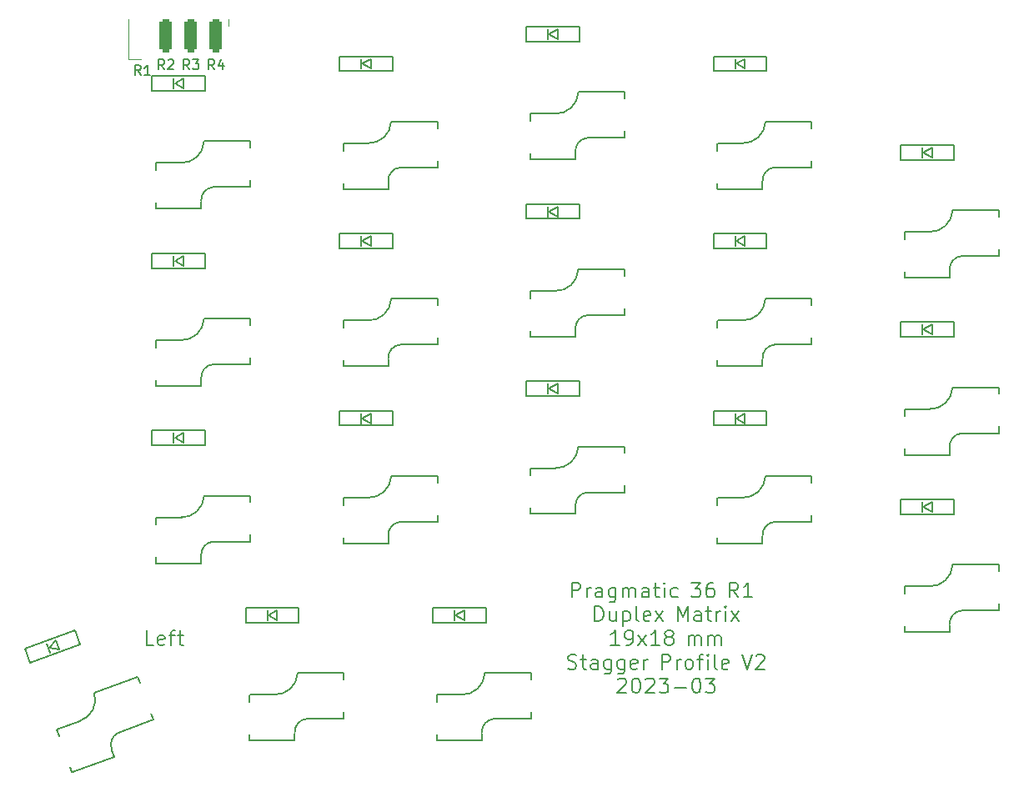
<source format=gto>
%TF.GenerationSoftware,KiCad,Pcbnew,(7.0.0-0)*%
%TF.CreationDate,2023-03-13T10:37:30+08:00*%
%TF.ProjectId,Input,496e7075-742e-46b6-9963-61645f706362,1*%
%TF.SameCoordinates,PX7bfa480PY6052340*%
%TF.FileFunction,Legend,Top*%
%TF.FilePolarity,Positive*%
%FSLAX46Y46*%
G04 Gerber Fmt 4.6, Leading zero omitted, Abs format (unit mm)*
G04 Created by KiCad (PCBNEW (7.0.0-0)) date 2023-03-13 10:37:30*
%MOMM*%
%LPD*%
G01*
G04 APERTURE LIST*
G04 Aperture macros list*
%AMRoundRect*
0 Rectangle with rounded corners*
0 $1 Rounding radius*
0 $2 $3 $4 $5 $6 $7 $8 $9 X,Y pos of 4 corners*
0 Add a 4 corners polygon primitive as box body*
4,1,4,$2,$3,$4,$5,$6,$7,$8,$9,$2,$3,0*
0 Add four circle primitives for the rounded corners*
1,1,$1+$1,$2,$3*
1,1,$1+$1,$4,$5*
1,1,$1+$1,$6,$7*
1,1,$1+$1,$8,$9*
0 Add four rect primitives between the rounded corners*
20,1,$1+$1,$2,$3,$4,$5,0*
20,1,$1+$1,$4,$5,$6,$7,0*
20,1,$1+$1,$6,$7,$8,$9,0*
20,1,$1+$1,$8,$9,$2,$3,0*%
%AMRotRect*
0 Rectangle, with rotation*
0 The origin of the aperture is its center*
0 $1 length*
0 $2 width*
0 $3 Rotation angle, in degrees counterclockwise*
0 Add horizontal line*
21,1,$1,$2,0,0,$3*%
G04 Aperture macros list end*
%ADD10C,0.150000*%
%ADD11C,0.200000*%
%ADD12C,0.120000*%
%ADD13C,3.000000*%
%ADD14R,2.000000X2.600000*%
%ADD15C,3.200000*%
%ADD16R,1.400000X1.000000*%
%ADD17RotRect,1.400000X1.000000X20.000000*%
%ADD18R,1.270000X3.429000*%
%ADD19RoundRect,0.317500X-0.317500X-1.397000X0.317500X-1.397000X0.317500X1.397000X-0.317500X1.397000X0*%
%ADD20RotRect,2.000000X2.600000X200.000000*%
%ADD21C,1.700000*%
G04 APERTURE END LIST*
D10*
X-1446667Y23932620D02*
X-1780000Y24408810D01*
X-2018095Y23932620D02*
X-2018095Y24932620D01*
X-2018095Y24932620D02*
X-1637143Y24932620D01*
X-1637143Y24932620D02*
X-1541905Y24885000D01*
X-1541905Y24885000D02*
X-1494286Y24837381D01*
X-1494286Y24837381D02*
X-1446667Y24742143D01*
X-1446667Y24742143D02*
X-1446667Y24599286D01*
X-1446667Y24599286D02*
X-1494286Y24504048D01*
X-1494286Y24504048D02*
X-1541905Y24456429D01*
X-1541905Y24456429D02*
X-1637143Y24408810D01*
X-1637143Y24408810D02*
X-2018095Y24408810D01*
X-1065714Y24837381D02*
X-1018095Y24885000D01*
X-1018095Y24885000D02*
X-922857Y24932620D01*
X-922857Y24932620D02*
X-684762Y24932620D01*
X-684762Y24932620D02*
X-589524Y24885000D01*
X-589524Y24885000D02*
X-541905Y24837381D01*
X-541905Y24837381D02*
X-494286Y24742143D01*
X-494286Y24742143D02*
X-494286Y24646905D01*
X-494286Y24646905D02*
X-541905Y24504048D01*
X-541905Y24504048D02*
X-1113333Y23932620D01*
X-1113333Y23932620D02*
X-494286Y23932620D01*
X-3859667Y23352620D02*
X-4193000Y23828810D01*
X-4431095Y23352620D02*
X-4431095Y24352620D01*
X-4431095Y24352620D02*
X-4050143Y24352620D01*
X-4050143Y24352620D02*
X-3954905Y24305000D01*
X-3954905Y24305000D02*
X-3907286Y24257381D01*
X-3907286Y24257381D02*
X-3859667Y24162143D01*
X-3859667Y24162143D02*
X-3859667Y24019286D01*
X-3859667Y24019286D02*
X-3907286Y23924048D01*
X-3907286Y23924048D02*
X-3954905Y23876429D01*
X-3954905Y23876429D02*
X-4050143Y23828810D01*
X-4050143Y23828810D02*
X-4431095Y23828810D01*
X-2907286Y23352620D02*
X-3478714Y23352620D01*
X-3193000Y23352620D02*
X-3193000Y24352620D01*
X-3193000Y24352620D02*
X-3288238Y24209762D01*
X-3288238Y24209762D02*
X-3383476Y24114524D01*
X-3383476Y24114524D02*
X-3478714Y24066905D01*
D11*
X39935714Y-29691071D02*
X39935714Y-28191071D01*
X39935714Y-28191071D02*
X40507143Y-28191071D01*
X40507143Y-28191071D02*
X40650000Y-28262500D01*
X40650000Y-28262500D02*
X40721429Y-28333928D01*
X40721429Y-28333928D02*
X40792857Y-28476785D01*
X40792857Y-28476785D02*
X40792857Y-28691071D01*
X40792857Y-28691071D02*
X40721429Y-28833928D01*
X40721429Y-28833928D02*
X40650000Y-28905357D01*
X40650000Y-28905357D02*
X40507143Y-28976785D01*
X40507143Y-28976785D02*
X39935714Y-28976785D01*
X41435714Y-29691071D02*
X41435714Y-28691071D01*
X41435714Y-28976785D02*
X41507143Y-28833928D01*
X41507143Y-28833928D02*
X41578572Y-28762500D01*
X41578572Y-28762500D02*
X41721429Y-28691071D01*
X41721429Y-28691071D02*
X41864286Y-28691071D01*
X43007143Y-29691071D02*
X43007143Y-28905357D01*
X43007143Y-28905357D02*
X42935714Y-28762500D01*
X42935714Y-28762500D02*
X42792857Y-28691071D01*
X42792857Y-28691071D02*
X42507143Y-28691071D01*
X42507143Y-28691071D02*
X42364285Y-28762500D01*
X43007143Y-29619642D02*
X42864285Y-29691071D01*
X42864285Y-29691071D02*
X42507143Y-29691071D01*
X42507143Y-29691071D02*
X42364285Y-29619642D01*
X42364285Y-29619642D02*
X42292857Y-29476785D01*
X42292857Y-29476785D02*
X42292857Y-29333928D01*
X42292857Y-29333928D02*
X42364285Y-29191071D01*
X42364285Y-29191071D02*
X42507143Y-29119642D01*
X42507143Y-29119642D02*
X42864285Y-29119642D01*
X42864285Y-29119642D02*
X43007143Y-29048214D01*
X44364286Y-28691071D02*
X44364286Y-29905357D01*
X44364286Y-29905357D02*
X44292857Y-30048214D01*
X44292857Y-30048214D02*
X44221428Y-30119642D01*
X44221428Y-30119642D02*
X44078571Y-30191071D01*
X44078571Y-30191071D02*
X43864286Y-30191071D01*
X43864286Y-30191071D02*
X43721428Y-30119642D01*
X44364286Y-29619642D02*
X44221428Y-29691071D01*
X44221428Y-29691071D02*
X43935714Y-29691071D01*
X43935714Y-29691071D02*
X43792857Y-29619642D01*
X43792857Y-29619642D02*
X43721428Y-29548214D01*
X43721428Y-29548214D02*
X43650000Y-29405357D01*
X43650000Y-29405357D02*
X43650000Y-28976785D01*
X43650000Y-28976785D02*
X43721428Y-28833928D01*
X43721428Y-28833928D02*
X43792857Y-28762500D01*
X43792857Y-28762500D02*
X43935714Y-28691071D01*
X43935714Y-28691071D02*
X44221428Y-28691071D01*
X44221428Y-28691071D02*
X44364286Y-28762500D01*
X45078571Y-29691071D02*
X45078571Y-28691071D01*
X45078571Y-28833928D02*
X45150000Y-28762500D01*
X45150000Y-28762500D02*
X45292857Y-28691071D01*
X45292857Y-28691071D02*
X45507143Y-28691071D01*
X45507143Y-28691071D02*
X45650000Y-28762500D01*
X45650000Y-28762500D02*
X45721429Y-28905357D01*
X45721429Y-28905357D02*
X45721429Y-29691071D01*
X45721429Y-28905357D02*
X45792857Y-28762500D01*
X45792857Y-28762500D02*
X45935714Y-28691071D01*
X45935714Y-28691071D02*
X46150000Y-28691071D01*
X46150000Y-28691071D02*
X46292857Y-28762500D01*
X46292857Y-28762500D02*
X46364286Y-28905357D01*
X46364286Y-28905357D02*
X46364286Y-29691071D01*
X47721429Y-29691071D02*
X47721429Y-28905357D01*
X47721429Y-28905357D02*
X47650000Y-28762500D01*
X47650000Y-28762500D02*
X47507143Y-28691071D01*
X47507143Y-28691071D02*
X47221429Y-28691071D01*
X47221429Y-28691071D02*
X47078571Y-28762500D01*
X47721429Y-29619642D02*
X47578571Y-29691071D01*
X47578571Y-29691071D02*
X47221429Y-29691071D01*
X47221429Y-29691071D02*
X47078571Y-29619642D01*
X47078571Y-29619642D02*
X47007143Y-29476785D01*
X47007143Y-29476785D02*
X47007143Y-29333928D01*
X47007143Y-29333928D02*
X47078571Y-29191071D01*
X47078571Y-29191071D02*
X47221429Y-29119642D01*
X47221429Y-29119642D02*
X47578571Y-29119642D01*
X47578571Y-29119642D02*
X47721429Y-29048214D01*
X48221429Y-28691071D02*
X48792857Y-28691071D01*
X48435714Y-28191071D02*
X48435714Y-29476785D01*
X48435714Y-29476785D02*
X48507143Y-29619642D01*
X48507143Y-29619642D02*
X48650000Y-29691071D01*
X48650000Y-29691071D02*
X48792857Y-29691071D01*
X49292857Y-29691071D02*
X49292857Y-28691071D01*
X49292857Y-28191071D02*
X49221429Y-28262500D01*
X49221429Y-28262500D02*
X49292857Y-28333928D01*
X49292857Y-28333928D02*
X49364286Y-28262500D01*
X49364286Y-28262500D02*
X49292857Y-28191071D01*
X49292857Y-28191071D02*
X49292857Y-28333928D01*
X50650001Y-29619642D02*
X50507143Y-29691071D01*
X50507143Y-29691071D02*
X50221429Y-29691071D01*
X50221429Y-29691071D02*
X50078572Y-29619642D01*
X50078572Y-29619642D02*
X50007143Y-29548214D01*
X50007143Y-29548214D02*
X49935715Y-29405357D01*
X49935715Y-29405357D02*
X49935715Y-28976785D01*
X49935715Y-28976785D02*
X50007143Y-28833928D01*
X50007143Y-28833928D02*
X50078572Y-28762500D01*
X50078572Y-28762500D02*
X50221429Y-28691071D01*
X50221429Y-28691071D02*
X50507143Y-28691071D01*
X50507143Y-28691071D02*
X50650001Y-28762500D01*
X52050000Y-28191071D02*
X52978572Y-28191071D01*
X52978572Y-28191071D02*
X52478572Y-28762500D01*
X52478572Y-28762500D02*
X52692857Y-28762500D01*
X52692857Y-28762500D02*
X52835715Y-28833928D01*
X52835715Y-28833928D02*
X52907143Y-28905357D01*
X52907143Y-28905357D02*
X52978572Y-29048214D01*
X52978572Y-29048214D02*
X52978572Y-29405357D01*
X52978572Y-29405357D02*
X52907143Y-29548214D01*
X52907143Y-29548214D02*
X52835715Y-29619642D01*
X52835715Y-29619642D02*
X52692857Y-29691071D01*
X52692857Y-29691071D02*
X52264286Y-29691071D01*
X52264286Y-29691071D02*
X52121429Y-29619642D01*
X52121429Y-29619642D02*
X52050000Y-29548214D01*
X54264286Y-28191071D02*
X53978571Y-28191071D01*
X53978571Y-28191071D02*
X53835714Y-28262500D01*
X53835714Y-28262500D02*
X53764286Y-28333928D01*
X53764286Y-28333928D02*
X53621428Y-28548214D01*
X53621428Y-28548214D02*
X53550000Y-28833928D01*
X53550000Y-28833928D02*
X53550000Y-29405357D01*
X53550000Y-29405357D02*
X53621428Y-29548214D01*
X53621428Y-29548214D02*
X53692857Y-29619642D01*
X53692857Y-29619642D02*
X53835714Y-29691071D01*
X53835714Y-29691071D02*
X54121428Y-29691071D01*
X54121428Y-29691071D02*
X54264286Y-29619642D01*
X54264286Y-29619642D02*
X54335714Y-29548214D01*
X54335714Y-29548214D02*
X54407143Y-29405357D01*
X54407143Y-29405357D02*
X54407143Y-29048214D01*
X54407143Y-29048214D02*
X54335714Y-28905357D01*
X54335714Y-28905357D02*
X54264286Y-28833928D01*
X54264286Y-28833928D02*
X54121428Y-28762500D01*
X54121428Y-28762500D02*
X53835714Y-28762500D01*
X53835714Y-28762500D02*
X53692857Y-28833928D01*
X53692857Y-28833928D02*
X53621428Y-28905357D01*
X53621428Y-28905357D02*
X53550000Y-29048214D01*
X56807142Y-29691071D02*
X56307142Y-28976785D01*
X55949999Y-29691071D02*
X55949999Y-28191071D01*
X55949999Y-28191071D02*
X56521428Y-28191071D01*
X56521428Y-28191071D02*
X56664285Y-28262500D01*
X56664285Y-28262500D02*
X56735714Y-28333928D01*
X56735714Y-28333928D02*
X56807142Y-28476785D01*
X56807142Y-28476785D02*
X56807142Y-28691071D01*
X56807142Y-28691071D02*
X56735714Y-28833928D01*
X56735714Y-28833928D02*
X56664285Y-28905357D01*
X56664285Y-28905357D02*
X56521428Y-28976785D01*
X56521428Y-28976785D02*
X55949999Y-28976785D01*
X58235714Y-29691071D02*
X57378571Y-29691071D01*
X57807142Y-29691071D02*
X57807142Y-28191071D01*
X57807142Y-28191071D02*
X57664285Y-28405357D01*
X57664285Y-28405357D02*
X57521428Y-28548214D01*
X57521428Y-28548214D02*
X57378571Y-28619642D01*
X42264285Y-32121071D02*
X42264285Y-30621071D01*
X42264285Y-30621071D02*
X42621428Y-30621071D01*
X42621428Y-30621071D02*
X42835714Y-30692500D01*
X42835714Y-30692500D02*
X42978571Y-30835357D01*
X42978571Y-30835357D02*
X43050000Y-30978214D01*
X43050000Y-30978214D02*
X43121428Y-31263928D01*
X43121428Y-31263928D02*
X43121428Y-31478214D01*
X43121428Y-31478214D02*
X43050000Y-31763928D01*
X43050000Y-31763928D02*
X42978571Y-31906785D01*
X42978571Y-31906785D02*
X42835714Y-32049642D01*
X42835714Y-32049642D02*
X42621428Y-32121071D01*
X42621428Y-32121071D02*
X42264285Y-32121071D01*
X44407143Y-31121071D02*
X44407143Y-32121071D01*
X43764285Y-31121071D02*
X43764285Y-31906785D01*
X43764285Y-31906785D02*
X43835714Y-32049642D01*
X43835714Y-32049642D02*
X43978571Y-32121071D01*
X43978571Y-32121071D02*
X44192857Y-32121071D01*
X44192857Y-32121071D02*
X44335714Y-32049642D01*
X44335714Y-32049642D02*
X44407143Y-31978214D01*
X45121428Y-31121071D02*
X45121428Y-32621071D01*
X45121428Y-31192500D02*
X45264286Y-31121071D01*
X45264286Y-31121071D02*
X45550000Y-31121071D01*
X45550000Y-31121071D02*
X45692857Y-31192500D01*
X45692857Y-31192500D02*
X45764286Y-31263928D01*
X45764286Y-31263928D02*
X45835714Y-31406785D01*
X45835714Y-31406785D02*
X45835714Y-31835357D01*
X45835714Y-31835357D02*
X45764286Y-31978214D01*
X45764286Y-31978214D02*
X45692857Y-32049642D01*
X45692857Y-32049642D02*
X45550000Y-32121071D01*
X45550000Y-32121071D02*
X45264286Y-32121071D01*
X45264286Y-32121071D02*
X45121428Y-32049642D01*
X46692857Y-32121071D02*
X46550000Y-32049642D01*
X46550000Y-32049642D02*
X46478571Y-31906785D01*
X46478571Y-31906785D02*
X46478571Y-30621071D01*
X47835714Y-32049642D02*
X47692857Y-32121071D01*
X47692857Y-32121071D02*
X47407143Y-32121071D01*
X47407143Y-32121071D02*
X47264285Y-32049642D01*
X47264285Y-32049642D02*
X47192857Y-31906785D01*
X47192857Y-31906785D02*
X47192857Y-31335357D01*
X47192857Y-31335357D02*
X47264285Y-31192500D01*
X47264285Y-31192500D02*
X47407143Y-31121071D01*
X47407143Y-31121071D02*
X47692857Y-31121071D01*
X47692857Y-31121071D02*
X47835714Y-31192500D01*
X47835714Y-31192500D02*
X47907143Y-31335357D01*
X47907143Y-31335357D02*
X47907143Y-31478214D01*
X47907143Y-31478214D02*
X47192857Y-31621071D01*
X48407142Y-32121071D02*
X49192857Y-31121071D01*
X48407142Y-31121071D02*
X49192857Y-32121071D01*
X50664285Y-32121071D02*
X50664285Y-30621071D01*
X50664285Y-30621071D02*
X51164285Y-31692500D01*
X51164285Y-31692500D02*
X51664285Y-30621071D01*
X51664285Y-30621071D02*
X51664285Y-32121071D01*
X53021429Y-32121071D02*
X53021429Y-31335357D01*
X53021429Y-31335357D02*
X52950000Y-31192500D01*
X52950000Y-31192500D02*
X52807143Y-31121071D01*
X52807143Y-31121071D02*
X52521429Y-31121071D01*
X52521429Y-31121071D02*
X52378571Y-31192500D01*
X53021429Y-32049642D02*
X52878571Y-32121071D01*
X52878571Y-32121071D02*
X52521429Y-32121071D01*
X52521429Y-32121071D02*
X52378571Y-32049642D01*
X52378571Y-32049642D02*
X52307143Y-31906785D01*
X52307143Y-31906785D02*
X52307143Y-31763928D01*
X52307143Y-31763928D02*
X52378571Y-31621071D01*
X52378571Y-31621071D02*
X52521429Y-31549642D01*
X52521429Y-31549642D02*
X52878571Y-31549642D01*
X52878571Y-31549642D02*
X53021429Y-31478214D01*
X53521429Y-31121071D02*
X54092857Y-31121071D01*
X53735714Y-30621071D02*
X53735714Y-31906785D01*
X53735714Y-31906785D02*
X53807143Y-32049642D01*
X53807143Y-32049642D02*
X53950000Y-32121071D01*
X53950000Y-32121071D02*
X54092857Y-32121071D01*
X54592857Y-32121071D02*
X54592857Y-31121071D01*
X54592857Y-31406785D02*
X54664286Y-31263928D01*
X54664286Y-31263928D02*
X54735715Y-31192500D01*
X54735715Y-31192500D02*
X54878572Y-31121071D01*
X54878572Y-31121071D02*
X55021429Y-31121071D01*
X55521428Y-32121071D02*
X55521428Y-31121071D01*
X55521428Y-30621071D02*
X55450000Y-30692500D01*
X55450000Y-30692500D02*
X55521428Y-30763928D01*
X55521428Y-30763928D02*
X55592857Y-30692500D01*
X55592857Y-30692500D02*
X55521428Y-30621071D01*
X55521428Y-30621071D02*
X55521428Y-30763928D01*
X56092857Y-32121071D02*
X56878572Y-31121071D01*
X56092857Y-31121071D02*
X56878572Y-32121071D01*
X44728572Y-34551071D02*
X43871429Y-34551071D01*
X44300000Y-34551071D02*
X44300000Y-33051071D01*
X44300000Y-33051071D02*
X44157143Y-33265357D01*
X44157143Y-33265357D02*
X44014286Y-33408214D01*
X44014286Y-33408214D02*
X43871429Y-33479642D01*
X45442857Y-34551071D02*
X45728571Y-34551071D01*
X45728571Y-34551071D02*
X45871428Y-34479642D01*
X45871428Y-34479642D02*
X45942857Y-34408214D01*
X45942857Y-34408214D02*
X46085714Y-34193928D01*
X46085714Y-34193928D02*
X46157143Y-33908214D01*
X46157143Y-33908214D02*
X46157143Y-33336785D01*
X46157143Y-33336785D02*
X46085714Y-33193928D01*
X46085714Y-33193928D02*
X46014286Y-33122500D01*
X46014286Y-33122500D02*
X45871428Y-33051071D01*
X45871428Y-33051071D02*
X45585714Y-33051071D01*
X45585714Y-33051071D02*
X45442857Y-33122500D01*
X45442857Y-33122500D02*
X45371428Y-33193928D01*
X45371428Y-33193928D02*
X45300000Y-33336785D01*
X45300000Y-33336785D02*
X45300000Y-33693928D01*
X45300000Y-33693928D02*
X45371428Y-33836785D01*
X45371428Y-33836785D02*
X45442857Y-33908214D01*
X45442857Y-33908214D02*
X45585714Y-33979642D01*
X45585714Y-33979642D02*
X45871428Y-33979642D01*
X45871428Y-33979642D02*
X46014286Y-33908214D01*
X46014286Y-33908214D02*
X46085714Y-33836785D01*
X46085714Y-33836785D02*
X46157143Y-33693928D01*
X46657142Y-34551071D02*
X47442857Y-33551071D01*
X46657142Y-33551071D02*
X47442857Y-34551071D01*
X48800000Y-34551071D02*
X47942857Y-34551071D01*
X48371428Y-34551071D02*
X48371428Y-33051071D01*
X48371428Y-33051071D02*
X48228571Y-33265357D01*
X48228571Y-33265357D02*
X48085714Y-33408214D01*
X48085714Y-33408214D02*
X47942857Y-33479642D01*
X49657142Y-33693928D02*
X49514285Y-33622500D01*
X49514285Y-33622500D02*
X49442856Y-33551071D01*
X49442856Y-33551071D02*
X49371428Y-33408214D01*
X49371428Y-33408214D02*
X49371428Y-33336785D01*
X49371428Y-33336785D02*
X49442856Y-33193928D01*
X49442856Y-33193928D02*
X49514285Y-33122500D01*
X49514285Y-33122500D02*
X49657142Y-33051071D01*
X49657142Y-33051071D02*
X49942856Y-33051071D01*
X49942856Y-33051071D02*
X50085714Y-33122500D01*
X50085714Y-33122500D02*
X50157142Y-33193928D01*
X50157142Y-33193928D02*
X50228571Y-33336785D01*
X50228571Y-33336785D02*
X50228571Y-33408214D01*
X50228571Y-33408214D02*
X50157142Y-33551071D01*
X50157142Y-33551071D02*
X50085714Y-33622500D01*
X50085714Y-33622500D02*
X49942856Y-33693928D01*
X49942856Y-33693928D02*
X49657142Y-33693928D01*
X49657142Y-33693928D02*
X49514285Y-33765357D01*
X49514285Y-33765357D02*
X49442856Y-33836785D01*
X49442856Y-33836785D02*
X49371428Y-33979642D01*
X49371428Y-33979642D02*
X49371428Y-34265357D01*
X49371428Y-34265357D02*
X49442856Y-34408214D01*
X49442856Y-34408214D02*
X49514285Y-34479642D01*
X49514285Y-34479642D02*
X49657142Y-34551071D01*
X49657142Y-34551071D02*
X49942856Y-34551071D01*
X49942856Y-34551071D02*
X50085714Y-34479642D01*
X50085714Y-34479642D02*
X50157142Y-34408214D01*
X50157142Y-34408214D02*
X50228571Y-34265357D01*
X50228571Y-34265357D02*
X50228571Y-33979642D01*
X50228571Y-33979642D02*
X50157142Y-33836785D01*
X50157142Y-33836785D02*
X50085714Y-33765357D01*
X50085714Y-33765357D02*
X49942856Y-33693928D01*
X51771427Y-34551071D02*
X51771427Y-33551071D01*
X51771427Y-33693928D02*
X51842856Y-33622500D01*
X51842856Y-33622500D02*
X51985713Y-33551071D01*
X51985713Y-33551071D02*
X52199999Y-33551071D01*
X52199999Y-33551071D02*
X52342856Y-33622500D01*
X52342856Y-33622500D02*
X52414285Y-33765357D01*
X52414285Y-33765357D02*
X52414285Y-34551071D01*
X52414285Y-33765357D02*
X52485713Y-33622500D01*
X52485713Y-33622500D02*
X52628570Y-33551071D01*
X52628570Y-33551071D02*
X52842856Y-33551071D01*
X52842856Y-33551071D02*
X52985713Y-33622500D01*
X52985713Y-33622500D02*
X53057142Y-33765357D01*
X53057142Y-33765357D02*
X53057142Y-34551071D01*
X53771427Y-34551071D02*
X53771427Y-33551071D01*
X53771427Y-33693928D02*
X53842856Y-33622500D01*
X53842856Y-33622500D02*
X53985713Y-33551071D01*
X53985713Y-33551071D02*
X54199999Y-33551071D01*
X54199999Y-33551071D02*
X54342856Y-33622500D01*
X54342856Y-33622500D02*
X54414285Y-33765357D01*
X54414285Y-33765357D02*
X54414285Y-34551071D01*
X54414285Y-33765357D02*
X54485713Y-33622500D01*
X54485713Y-33622500D02*
X54628570Y-33551071D01*
X54628570Y-33551071D02*
X54842856Y-33551071D01*
X54842856Y-33551071D02*
X54985713Y-33622500D01*
X54985713Y-33622500D02*
X55057142Y-33765357D01*
X55057142Y-33765357D02*
X55057142Y-34551071D01*
X39528572Y-36909642D02*
X39742858Y-36981071D01*
X39742858Y-36981071D02*
X40100000Y-36981071D01*
X40100000Y-36981071D02*
X40242858Y-36909642D01*
X40242858Y-36909642D02*
X40314286Y-36838214D01*
X40314286Y-36838214D02*
X40385715Y-36695357D01*
X40385715Y-36695357D02*
X40385715Y-36552500D01*
X40385715Y-36552500D02*
X40314286Y-36409642D01*
X40314286Y-36409642D02*
X40242858Y-36338214D01*
X40242858Y-36338214D02*
X40100000Y-36266785D01*
X40100000Y-36266785D02*
X39814286Y-36195357D01*
X39814286Y-36195357D02*
X39671429Y-36123928D01*
X39671429Y-36123928D02*
X39600000Y-36052500D01*
X39600000Y-36052500D02*
X39528572Y-35909642D01*
X39528572Y-35909642D02*
X39528572Y-35766785D01*
X39528572Y-35766785D02*
X39600000Y-35623928D01*
X39600000Y-35623928D02*
X39671429Y-35552500D01*
X39671429Y-35552500D02*
X39814286Y-35481071D01*
X39814286Y-35481071D02*
X40171429Y-35481071D01*
X40171429Y-35481071D02*
X40385715Y-35552500D01*
X40814286Y-35981071D02*
X41385714Y-35981071D01*
X41028571Y-35481071D02*
X41028571Y-36766785D01*
X41028571Y-36766785D02*
X41100000Y-36909642D01*
X41100000Y-36909642D02*
X41242857Y-36981071D01*
X41242857Y-36981071D02*
X41385714Y-36981071D01*
X42528572Y-36981071D02*
X42528572Y-36195357D01*
X42528572Y-36195357D02*
X42457143Y-36052500D01*
X42457143Y-36052500D02*
X42314286Y-35981071D01*
X42314286Y-35981071D02*
X42028572Y-35981071D01*
X42028572Y-35981071D02*
X41885714Y-36052500D01*
X42528572Y-36909642D02*
X42385714Y-36981071D01*
X42385714Y-36981071D02*
X42028572Y-36981071D01*
X42028572Y-36981071D02*
X41885714Y-36909642D01*
X41885714Y-36909642D02*
X41814286Y-36766785D01*
X41814286Y-36766785D02*
X41814286Y-36623928D01*
X41814286Y-36623928D02*
X41885714Y-36481071D01*
X41885714Y-36481071D02*
X42028572Y-36409642D01*
X42028572Y-36409642D02*
X42385714Y-36409642D01*
X42385714Y-36409642D02*
X42528572Y-36338214D01*
X43885715Y-35981071D02*
X43885715Y-37195357D01*
X43885715Y-37195357D02*
X43814286Y-37338214D01*
X43814286Y-37338214D02*
X43742857Y-37409642D01*
X43742857Y-37409642D02*
X43600000Y-37481071D01*
X43600000Y-37481071D02*
X43385715Y-37481071D01*
X43385715Y-37481071D02*
X43242857Y-37409642D01*
X43885715Y-36909642D02*
X43742857Y-36981071D01*
X43742857Y-36981071D02*
X43457143Y-36981071D01*
X43457143Y-36981071D02*
X43314286Y-36909642D01*
X43314286Y-36909642D02*
X43242857Y-36838214D01*
X43242857Y-36838214D02*
X43171429Y-36695357D01*
X43171429Y-36695357D02*
X43171429Y-36266785D01*
X43171429Y-36266785D02*
X43242857Y-36123928D01*
X43242857Y-36123928D02*
X43314286Y-36052500D01*
X43314286Y-36052500D02*
X43457143Y-35981071D01*
X43457143Y-35981071D02*
X43742857Y-35981071D01*
X43742857Y-35981071D02*
X43885715Y-36052500D01*
X45242858Y-35981071D02*
X45242858Y-37195357D01*
X45242858Y-37195357D02*
X45171429Y-37338214D01*
X45171429Y-37338214D02*
X45100000Y-37409642D01*
X45100000Y-37409642D02*
X44957143Y-37481071D01*
X44957143Y-37481071D02*
X44742858Y-37481071D01*
X44742858Y-37481071D02*
X44600000Y-37409642D01*
X45242858Y-36909642D02*
X45100000Y-36981071D01*
X45100000Y-36981071D02*
X44814286Y-36981071D01*
X44814286Y-36981071D02*
X44671429Y-36909642D01*
X44671429Y-36909642D02*
X44600000Y-36838214D01*
X44600000Y-36838214D02*
X44528572Y-36695357D01*
X44528572Y-36695357D02*
X44528572Y-36266785D01*
X44528572Y-36266785D02*
X44600000Y-36123928D01*
X44600000Y-36123928D02*
X44671429Y-36052500D01*
X44671429Y-36052500D02*
X44814286Y-35981071D01*
X44814286Y-35981071D02*
X45100000Y-35981071D01*
X45100000Y-35981071D02*
X45242858Y-36052500D01*
X46528572Y-36909642D02*
X46385715Y-36981071D01*
X46385715Y-36981071D02*
X46100001Y-36981071D01*
X46100001Y-36981071D02*
X45957143Y-36909642D01*
X45957143Y-36909642D02*
X45885715Y-36766785D01*
X45885715Y-36766785D02*
X45885715Y-36195357D01*
X45885715Y-36195357D02*
X45957143Y-36052500D01*
X45957143Y-36052500D02*
X46100001Y-35981071D01*
X46100001Y-35981071D02*
X46385715Y-35981071D01*
X46385715Y-35981071D02*
X46528572Y-36052500D01*
X46528572Y-36052500D02*
X46600001Y-36195357D01*
X46600001Y-36195357D02*
X46600001Y-36338214D01*
X46600001Y-36338214D02*
X45885715Y-36481071D01*
X47242857Y-36981071D02*
X47242857Y-35981071D01*
X47242857Y-36266785D02*
X47314286Y-36123928D01*
X47314286Y-36123928D02*
X47385715Y-36052500D01*
X47385715Y-36052500D02*
X47528572Y-35981071D01*
X47528572Y-35981071D02*
X47671429Y-35981071D01*
X49071428Y-36981071D02*
X49071428Y-35481071D01*
X49071428Y-35481071D02*
X49642857Y-35481071D01*
X49642857Y-35481071D02*
X49785714Y-35552500D01*
X49785714Y-35552500D02*
X49857143Y-35623928D01*
X49857143Y-35623928D02*
X49928571Y-35766785D01*
X49928571Y-35766785D02*
X49928571Y-35981071D01*
X49928571Y-35981071D02*
X49857143Y-36123928D01*
X49857143Y-36123928D02*
X49785714Y-36195357D01*
X49785714Y-36195357D02*
X49642857Y-36266785D01*
X49642857Y-36266785D02*
X49071428Y-36266785D01*
X50571428Y-36981071D02*
X50571428Y-35981071D01*
X50571428Y-36266785D02*
X50642857Y-36123928D01*
X50642857Y-36123928D02*
X50714286Y-36052500D01*
X50714286Y-36052500D02*
X50857143Y-35981071D01*
X50857143Y-35981071D02*
X51000000Y-35981071D01*
X51714285Y-36981071D02*
X51571428Y-36909642D01*
X51571428Y-36909642D02*
X51499999Y-36838214D01*
X51499999Y-36838214D02*
X51428571Y-36695357D01*
X51428571Y-36695357D02*
X51428571Y-36266785D01*
X51428571Y-36266785D02*
X51499999Y-36123928D01*
X51499999Y-36123928D02*
X51571428Y-36052500D01*
X51571428Y-36052500D02*
X51714285Y-35981071D01*
X51714285Y-35981071D02*
X51928571Y-35981071D01*
X51928571Y-35981071D02*
X52071428Y-36052500D01*
X52071428Y-36052500D02*
X52142857Y-36123928D01*
X52142857Y-36123928D02*
X52214285Y-36266785D01*
X52214285Y-36266785D02*
X52214285Y-36695357D01*
X52214285Y-36695357D02*
X52142857Y-36838214D01*
X52142857Y-36838214D02*
X52071428Y-36909642D01*
X52071428Y-36909642D02*
X51928571Y-36981071D01*
X51928571Y-36981071D02*
X51714285Y-36981071D01*
X52642857Y-35981071D02*
X53214285Y-35981071D01*
X52857142Y-36981071D02*
X52857142Y-35695357D01*
X52857142Y-35695357D02*
X52928571Y-35552500D01*
X52928571Y-35552500D02*
X53071428Y-35481071D01*
X53071428Y-35481071D02*
X53214285Y-35481071D01*
X53714285Y-36981071D02*
X53714285Y-35981071D01*
X53714285Y-35481071D02*
X53642857Y-35552500D01*
X53642857Y-35552500D02*
X53714285Y-35623928D01*
X53714285Y-35623928D02*
X53785714Y-35552500D01*
X53785714Y-35552500D02*
X53714285Y-35481071D01*
X53714285Y-35481071D02*
X53714285Y-35623928D01*
X54642857Y-36981071D02*
X54500000Y-36909642D01*
X54500000Y-36909642D02*
X54428571Y-36766785D01*
X54428571Y-36766785D02*
X54428571Y-35481071D01*
X55785714Y-36909642D02*
X55642857Y-36981071D01*
X55642857Y-36981071D02*
X55357143Y-36981071D01*
X55357143Y-36981071D02*
X55214285Y-36909642D01*
X55214285Y-36909642D02*
X55142857Y-36766785D01*
X55142857Y-36766785D02*
X55142857Y-36195357D01*
X55142857Y-36195357D02*
X55214285Y-36052500D01*
X55214285Y-36052500D02*
X55357143Y-35981071D01*
X55357143Y-35981071D02*
X55642857Y-35981071D01*
X55642857Y-35981071D02*
X55785714Y-36052500D01*
X55785714Y-36052500D02*
X55857143Y-36195357D01*
X55857143Y-36195357D02*
X55857143Y-36338214D01*
X55857143Y-36338214D02*
X55142857Y-36481071D01*
X57185714Y-35481071D02*
X57685714Y-36981071D01*
X57685714Y-36981071D02*
X58185714Y-35481071D01*
X58614285Y-35623928D02*
X58685713Y-35552500D01*
X58685713Y-35552500D02*
X58828571Y-35481071D01*
X58828571Y-35481071D02*
X59185713Y-35481071D01*
X59185713Y-35481071D02*
X59328571Y-35552500D01*
X59328571Y-35552500D02*
X59399999Y-35623928D01*
X59399999Y-35623928D02*
X59471428Y-35766785D01*
X59471428Y-35766785D02*
X59471428Y-35909642D01*
X59471428Y-35909642D02*
X59399999Y-36123928D01*
X59399999Y-36123928D02*
X58542856Y-36981071D01*
X58542856Y-36981071D02*
X59471428Y-36981071D01*
X44571430Y-38053928D02*
X44642858Y-37982500D01*
X44642858Y-37982500D02*
X44785716Y-37911071D01*
X44785716Y-37911071D02*
X45142858Y-37911071D01*
X45142858Y-37911071D02*
X45285716Y-37982500D01*
X45285716Y-37982500D02*
X45357144Y-38053928D01*
X45357144Y-38053928D02*
X45428573Y-38196785D01*
X45428573Y-38196785D02*
X45428573Y-38339642D01*
X45428573Y-38339642D02*
X45357144Y-38553928D01*
X45357144Y-38553928D02*
X44500001Y-39411071D01*
X44500001Y-39411071D02*
X45428573Y-39411071D01*
X46357144Y-37911071D02*
X46500001Y-37911071D01*
X46500001Y-37911071D02*
X46642858Y-37982500D01*
X46642858Y-37982500D02*
X46714287Y-38053928D01*
X46714287Y-38053928D02*
X46785715Y-38196785D01*
X46785715Y-38196785D02*
X46857144Y-38482500D01*
X46857144Y-38482500D02*
X46857144Y-38839642D01*
X46857144Y-38839642D02*
X46785715Y-39125357D01*
X46785715Y-39125357D02*
X46714287Y-39268214D01*
X46714287Y-39268214D02*
X46642858Y-39339642D01*
X46642858Y-39339642D02*
X46500001Y-39411071D01*
X46500001Y-39411071D02*
X46357144Y-39411071D01*
X46357144Y-39411071D02*
X46214287Y-39339642D01*
X46214287Y-39339642D02*
X46142858Y-39268214D01*
X46142858Y-39268214D02*
X46071429Y-39125357D01*
X46071429Y-39125357D02*
X46000001Y-38839642D01*
X46000001Y-38839642D02*
X46000001Y-38482500D01*
X46000001Y-38482500D02*
X46071429Y-38196785D01*
X46071429Y-38196785D02*
X46142858Y-38053928D01*
X46142858Y-38053928D02*
X46214287Y-37982500D01*
X46214287Y-37982500D02*
X46357144Y-37911071D01*
X47428572Y-38053928D02*
X47500000Y-37982500D01*
X47500000Y-37982500D02*
X47642858Y-37911071D01*
X47642858Y-37911071D02*
X48000000Y-37911071D01*
X48000000Y-37911071D02*
X48142858Y-37982500D01*
X48142858Y-37982500D02*
X48214286Y-38053928D01*
X48214286Y-38053928D02*
X48285715Y-38196785D01*
X48285715Y-38196785D02*
X48285715Y-38339642D01*
X48285715Y-38339642D02*
X48214286Y-38553928D01*
X48214286Y-38553928D02*
X47357143Y-39411071D01*
X47357143Y-39411071D02*
X48285715Y-39411071D01*
X48785714Y-37911071D02*
X49714286Y-37911071D01*
X49714286Y-37911071D02*
X49214286Y-38482500D01*
X49214286Y-38482500D02*
X49428571Y-38482500D01*
X49428571Y-38482500D02*
X49571429Y-38553928D01*
X49571429Y-38553928D02*
X49642857Y-38625357D01*
X49642857Y-38625357D02*
X49714286Y-38768214D01*
X49714286Y-38768214D02*
X49714286Y-39125357D01*
X49714286Y-39125357D02*
X49642857Y-39268214D01*
X49642857Y-39268214D02*
X49571429Y-39339642D01*
X49571429Y-39339642D02*
X49428571Y-39411071D01*
X49428571Y-39411071D02*
X49000000Y-39411071D01*
X49000000Y-39411071D02*
X48857143Y-39339642D01*
X48857143Y-39339642D02*
X48785714Y-39268214D01*
X50357142Y-38839642D02*
X51500000Y-38839642D01*
X52500000Y-37911071D02*
X52642857Y-37911071D01*
X52642857Y-37911071D02*
X52785714Y-37982500D01*
X52785714Y-37982500D02*
X52857143Y-38053928D01*
X52857143Y-38053928D02*
X52928571Y-38196785D01*
X52928571Y-38196785D02*
X53000000Y-38482500D01*
X53000000Y-38482500D02*
X53000000Y-38839642D01*
X53000000Y-38839642D02*
X52928571Y-39125357D01*
X52928571Y-39125357D02*
X52857143Y-39268214D01*
X52857143Y-39268214D02*
X52785714Y-39339642D01*
X52785714Y-39339642D02*
X52642857Y-39411071D01*
X52642857Y-39411071D02*
X52500000Y-39411071D01*
X52500000Y-39411071D02*
X52357143Y-39339642D01*
X52357143Y-39339642D02*
X52285714Y-39268214D01*
X52285714Y-39268214D02*
X52214285Y-39125357D01*
X52214285Y-39125357D02*
X52142857Y-38839642D01*
X52142857Y-38839642D02*
X52142857Y-38482500D01*
X52142857Y-38482500D02*
X52214285Y-38196785D01*
X52214285Y-38196785D02*
X52285714Y-38053928D01*
X52285714Y-38053928D02*
X52357143Y-37982500D01*
X52357143Y-37982500D02*
X52500000Y-37911071D01*
X53499999Y-37911071D02*
X54428571Y-37911071D01*
X54428571Y-37911071D02*
X53928571Y-38482500D01*
X53928571Y-38482500D02*
X54142856Y-38482500D01*
X54142856Y-38482500D02*
X54285714Y-38553928D01*
X54285714Y-38553928D02*
X54357142Y-38625357D01*
X54357142Y-38625357D02*
X54428571Y-38768214D01*
X54428571Y-38768214D02*
X54428571Y-39125357D01*
X54428571Y-39125357D02*
X54357142Y-39268214D01*
X54357142Y-39268214D02*
X54285714Y-39339642D01*
X54285714Y-39339642D02*
X54142856Y-39411071D01*
X54142856Y-39411071D02*
X53714285Y-39411071D01*
X53714285Y-39411071D02*
X53571428Y-39339642D01*
X53571428Y-39339642D02*
X53499999Y-39268214D01*
D10*
X3633333Y23932620D02*
X3300000Y24408810D01*
X3061905Y23932620D02*
X3061905Y24932620D01*
X3061905Y24932620D02*
X3442857Y24932620D01*
X3442857Y24932620D02*
X3538095Y24885000D01*
X3538095Y24885000D02*
X3585714Y24837381D01*
X3585714Y24837381D02*
X3633333Y24742143D01*
X3633333Y24742143D02*
X3633333Y24599286D01*
X3633333Y24599286D02*
X3585714Y24504048D01*
X3585714Y24504048D02*
X3538095Y24456429D01*
X3538095Y24456429D02*
X3442857Y24408810D01*
X3442857Y24408810D02*
X3061905Y24408810D01*
X4490476Y24599286D02*
X4490476Y23932620D01*
X4252381Y24980239D02*
X4014286Y24265953D01*
X4014286Y24265953D02*
X4633333Y24265953D01*
X1093333Y23932620D02*
X760000Y24408810D01*
X521905Y23932620D02*
X521905Y24932620D01*
X521905Y24932620D02*
X902857Y24932620D01*
X902857Y24932620D02*
X998095Y24885000D01*
X998095Y24885000D02*
X1045714Y24837381D01*
X1045714Y24837381D02*
X1093333Y24742143D01*
X1093333Y24742143D02*
X1093333Y24599286D01*
X1093333Y24599286D02*
X1045714Y24504048D01*
X1045714Y24504048D02*
X998095Y24456429D01*
X998095Y24456429D02*
X902857Y24408810D01*
X902857Y24408810D02*
X521905Y24408810D01*
X1426667Y24932620D02*
X2045714Y24932620D01*
X2045714Y24932620D02*
X1712381Y24551667D01*
X1712381Y24551667D02*
X1855238Y24551667D01*
X1855238Y24551667D02*
X1950476Y24504048D01*
X1950476Y24504048D02*
X1998095Y24456429D01*
X1998095Y24456429D02*
X2045714Y24361191D01*
X2045714Y24361191D02*
X2045714Y24123096D01*
X2045714Y24123096D02*
X1998095Y24027858D01*
X1998095Y24027858D02*
X1950476Y23980239D01*
X1950476Y23980239D02*
X1855238Y23932620D01*
X1855238Y23932620D02*
X1569524Y23932620D01*
X1569524Y23932620D02*
X1474286Y23980239D01*
X1474286Y23980239D02*
X1426667Y24027858D01*
D11*
X-2535715Y-34551071D02*
X-3250001Y-34551071D01*
X-3250001Y-34551071D02*
X-3250001Y-33051071D01*
X-1464286Y-34479642D02*
X-1607143Y-34551071D01*
X-1607143Y-34551071D02*
X-1892857Y-34551071D01*
X-1892857Y-34551071D02*
X-2035715Y-34479642D01*
X-2035715Y-34479642D02*
X-2107143Y-34336785D01*
X-2107143Y-34336785D02*
X-2107143Y-33765357D01*
X-2107143Y-33765357D02*
X-2035715Y-33622500D01*
X-2035715Y-33622500D02*
X-1892857Y-33551071D01*
X-1892857Y-33551071D02*
X-1607143Y-33551071D01*
X-1607143Y-33551071D02*
X-1464286Y-33622500D01*
X-1464286Y-33622500D02*
X-1392857Y-33765357D01*
X-1392857Y-33765357D02*
X-1392857Y-33908214D01*
X-1392857Y-33908214D02*
X-2107143Y-34051071D01*
X-964286Y-33551071D02*
X-392858Y-33551071D01*
X-750001Y-34551071D02*
X-750001Y-33265357D01*
X-750001Y-33265357D02*
X-678572Y-33122500D01*
X-678572Y-33122500D02*
X-535715Y-33051071D01*
X-535715Y-33051071D02*
X-392858Y-33051071D01*
X-107143Y-33551071D02*
X464285Y-33551071D01*
X107142Y-33051071D02*
X107142Y-34336785D01*
X107142Y-34336785D02*
X178571Y-34479642D01*
X178571Y-34479642D02*
X321428Y-34551071D01*
X321428Y-34551071D02*
X464285Y-34551071D01*
D10*
%TO.C,SW17*%
X16700000Y16400000D02*
X16700000Y15682000D01*
X16700000Y15682000D02*
X16700000Y15682000D01*
X16700000Y12380000D02*
X16700000Y11800000D01*
X16725000Y16425000D02*
X19275000Y16425000D01*
X16725000Y11775000D02*
X21275000Y11775000D01*
X21280000Y12500000D02*
X21280000Y11800000D01*
X21575000Y18625000D02*
X26275000Y18625000D01*
X22500000Y13975000D02*
X26275000Y13975000D01*
X26275000Y18625000D02*
X26275000Y17968000D01*
X26275000Y14666000D02*
X26275000Y13975000D01*
X22500000Y13970000D02*
G75*
G03*
X21280000Y12550000I100000J-1320000D01*
G01*
X19200000Y16430001D02*
G75*
G03*
X21569999Y18600000I100000J2269999D01*
G01*
%TO.C,SW29*%
X16700000Y-1600000D02*
X16700000Y-2318000D01*
X16700000Y-2318000D02*
X16700000Y-2318000D01*
X16700000Y-5620000D02*
X16700000Y-6200000D01*
X16725000Y-1575000D02*
X19275000Y-1575000D01*
X16725000Y-6225000D02*
X21275000Y-6225000D01*
X21280000Y-5500000D02*
X21280000Y-6200000D01*
X21575000Y625000D02*
X26275000Y625000D01*
X22500000Y-4025000D02*
X26275000Y-4025000D01*
X26275000Y625000D02*
X26275000Y-32000D01*
X26275000Y-3334000D02*
X26275000Y-4025000D01*
X22500000Y-4030000D02*
G75*
G03*
X21280000Y-5450000I100000J-1320000D01*
G01*
X19200000Y-1569999D02*
G75*
G03*
X21569999Y600000I100000J2269999D01*
G01*
%TO.C,D27*%
X54300000Y7250000D02*
X54300000Y5750000D01*
X54300000Y5750000D02*
X59700000Y5750000D01*
X56500000Y7000000D02*
X56500000Y6000000D01*
X56600000Y6500000D02*
X57500000Y7000000D01*
X57500000Y7000000D02*
X57500000Y6000000D01*
X57500000Y6000000D02*
X56600000Y6500000D01*
X59700000Y7250000D02*
X54300000Y7250000D01*
X59700000Y7250000D02*
X59700000Y5750000D01*
%TO.C,D18*%
X-2700000Y23250000D02*
X-2700000Y21750000D01*
X-2700000Y21750000D02*
X2700000Y21750000D01*
X-500000Y23000000D02*
X-500000Y22000000D01*
X-400000Y22500000D02*
X500000Y23000000D01*
X500000Y23000000D02*
X500000Y22000000D01*
X500000Y22000000D02*
X-400000Y22500000D01*
X2700000Y23250000D02*
X-2700000Y23250000D01*
X2700000Y23250000D02*
X2700000Y21750000D01*
%TO.C,SW15*%
X54700000Y16400000D02*
X54700000Y15682000D01*
X54700000Y15682000D02*
X54700000Y15682000D01*
X54700000Y12380000D02*
X54700000Y11800000D01*
X54725000Y16425000D02*
X57275000Y16425000D01*
X54725000Y11775000D02*
X59275000Y11775000D01*
X59280000Y12500000D02*
X59280000Y11800000D01*
X59575000Y18625000D02*
X64275000Y18625000D01*
X60500000Y13975000D02*
X64275000Y13975000D01*
X64275000Y18625000D02*
X64275000Y17968000D01*
X64275000Y14666000D02*
X64275000Y13975000D01*
X60500000Y13970000D02*
G75*
G03*
X59280000Y12550000I100000J-1320000D01*
G01*
X57200000Y16430001D02*
G75*
G03*
X59569999Y18600000I100000J2269999D01*
G01*
%TO.C,D15*%
X54300000Y25250000D02*
X54300000Y23750000D01*
X54300000Y23750000D02*
X59700000Y23750000D01*
X56500000Y25000000D02*
X56500000Y24000000D01*
X56600000Y24500000D02*
X57500000Y25000000D01*
X57500000Y25000000D02*
X57500000Y24000000D01*
X57500000Y24000000D02*
X56600000Y24500000D01*
X59700000Y25250000D02*
X54300000Y25250000D01*
X59700000Y25250000D02*
X59700000Y23750000D01*
%TO.C,D52*%
X25800000Y-30750000D02*
X25800000Y-32250000D01*
X25800000Y-32250000D02*
X31200000Y-32250000D01*
X28000000Y-31000000D02*
X28000000Y-32000000D01*
X28100000Y-31500000D02*
X29000000Y-31000000D01*
X29000000Y-31000000D02*
X29000000Y-32000000D01*
X29000000Y-32000000D02*
X28100000Y-31500000D01*
X31200000Y-30750000D02*
X25800000Y-30750000D01*
X31200000Y-30750000D02*
X31200000Y-32250000D01*
%TO.C,D16*%
X35300000Y28250000D02*
X35300000Y26750000D01*
X35300000Y26750000D02*
X40700000Y26750000D01*
X37500000Y28000000D02*
X37500000Y27000000D01*
X37600000Y27500000D02*
X38500000Y28000000D01*
X38500000Y28000000D02*
X38500000Y27000000D01*
X38500000Y27000000D02*
X37600000Y27500000D01*
X40700000Y28250000D02*
X35300000Y28250000D01*
X40700000Y28250000D02*
X40700000Y26750000D01*
%TO.C,SW26*%
X73700000Y-10600000D02*
X73700000Y-11318000D01*
X73700000Y-11318000D02*
X73700000Y-11318000D01*
X73700000Y-14620000D02*
X73700000Y-15200000D01*
X73725000Y-10575000D02*
X76275000Y-10575000D01*
X73725000Y-15225000D02*
X78275000Y-15225000D01*
X78280000Y-14500000D02*
X78280000Y-15200000D01*
X78575000Y-8375000D02*
X83275000Y-8375000D01*
X79500000Y-13025000D02*
X83275000Y-13025000D01*
X83275000Y-8375000D02*
X83275000Y-9032000D01*
X83275000Y-12334000D02*
X83275000Y-13025000D01*
X79500000Y-13030000D02*
G75*
G03*
X78280000Y-14450000I100000J-1320000D01*
G01*
X76200000Y-10569999D02*
G75*
G03*
X78569999Y-8400000I100000J2269999D01*
G01*
%TO.C,SW38*%
X73700000Y-28600000D02*
X73700000Y-29318000D01*
X73700000Y-29318000D02*
X73700000Y-29318000D01*
X73700000Y-32620000D02*
X73700000Y-33200000D01*
X73725000Y-28575000D02*
X76275000Y-28575000D01*
X73725000Y-33225000D02*
X78275000Y-33225000D01*
X78280000Y-32500000D02*
X78280000Y-33200000D01*
X78575000Y-26375000D02*
X83275000Y-26375000D01*
X79500000Y-31025000D02*
X83275000Y-31025000D01*
X83275000Y-26375000D02*
X83275000Y-27032000D01*
X83275000Y-30334000D02*
X83275000Y-31025000D01*
X79500000Y-31030000D02*
G75*
G03*
X78280000Y-32450000I100000J-1320000D01*
G01*
X76200000Y-28569999D02*
G75*
G03*
X78569999Y-26400000I100000J2269999D01*
G01*
%TO.C,D54*%
X-15593685Y-34918685D02*
X-15080655Y-36328224D01*
X-15080655Y-36328224D02*
X-10006315Y-34481315D01*
X-13440856Y-34401164D02*
X-13098836Y-35340856D01*
X-13175877Y-34836808D02*
X-12501164Y-34059144D01*
X-12501164Y-34059144D02*
X-12159144Y-34998836D01*
X-12159144Y-34998836D02*
X-13175877Y-34836808D01*
X-10519345Y-33071776D02*
X-15593685Y-34918685D01*
X-10519345Y-33071776D02*
X-10006315Y-34481315D01*
%TO.C,SW27*%
X54700000Y-1600000D02*
X54700000Y-2318000D01*
X54700000Y-2318000D02*
X54700000Y-2318000D01*
X54700000Y-5620000D02*
X54700000Y-6200000D01*
X54725000Y-1575000D02*
X57275000Y-1575000D01*
X54725000Y-6225000D02*
X59275000Y-6225000D01*
X59280000Y-5500000D02*
X59280000Y-6200000D01*
X59575000Y625000D02*
X64275000Y625000D01*
X60500000Y-4025000D02*
X64275000Y-4025000D01*
X64275000Y625000D02*
X64275000Y-32000D01*
X64275000Y-3334000D02*
X64275000Y-4025000D01*
X60500000Y-4030000D02*
G75*
G03*
X59280000Y-5450000I100000J-1320000D01*
G01*
X57200000Y-1569999D02*
G75*
G03*
X59569999Y600000I100000J2269999D01*
G01*
%TO.C,D53*%
X6800000Y-30750000D02*
X6800000Y-32250000D01*
X6800000Y-32250000D02*
X12200000Y-32250000D01*
X9000000Y-31000000D02*
X9000000Y-32000000D01*
X9100000Y-31500000D02*
X10000000Y-31000000D01*
X10000000Y-31000000D02*
X10000000Y-32000000D01*
X10000000Y-32000000D02*
X9100000Y-31500000D01*
X12200000Y-30750000D02*
X6800000Y-30750000D01*
X12200000Y-30750000D02*
X12200000Y-32250000D01*
%TO.C,D39*%
X54300000Y-10750000D02*
X54300000Y-12250000D01*
X54300000Y-12250000D02*
X59700000Y-12250000D01*
X56500000Y-11000000D02*
X56500000Y-12000000D01*
X56600000Y-11500000D02*
X57500000Y-11000000D01*
X57500000Y-11000000D02*
X57500000Y-12000000D01*
X57500000Y-12000000D02*
X56600000Y-11500000D01*
X59700000Y-10750000D02*
X54300000Y-10750000D01*
X59700000Y-10750000D02*
X59700000Y-12250000D01*
%TO.C,SW52*%
X26200000Y-39600000D02*
X26200000Y-40318000D01*
X26200000Y-40318000D02*
X26200000Y-40318000D01*
X26200000Y-43620000D02*
X26200000Y-44200000D01*
X26225000Y-39575000D02*
X28775000Y-39575000D01*
X26225000Y-44225000D02*
X30775000Y-44225000D01*
X30780000Y-43500000D02*
X30780000Y-44200000D01*
X31075000Y-37375000D02*
X35775000Y-37375000D01*
X32000000Y-42025000D02*
X35775000Y-42025000D01*
X35775000Y-37375000D02*
X35775000Y-38032000D01*
X35775000Y-41334000D02*
X35775000Y-42025000D01*
X32000000Y-42030000D02*
G75*
G03*
X30780000Y-43450000I100000J-1320000D01*
G01*
X28700000Y-39569999D02*
G75*
G03*
X31069999Y-37400000I100000J2269999D01*
G01*
%TO.C,D42*%
X-2700000Y-12750000D02*
X-2700000Y-14250000D01*
X-2700000Y-14250000D02*
X2700000Y-14250000D01*
X-500000Y-13000000D02*
X-500000Y-14000000D01*
X-400000Y-13500000D02*
X500000Y-13000000D01*
X500000Y-13000000D02*
X500000Y-14000000D01*
X500000Y-14000000D02*
X-400000Y-13500000D01*
X2700000Y-12750000D02*
X-2700000Y-12750000D01*
X2700000Y-12750000D02*
X2700000Y-14250000D01*
%TO.C,D30*%
X-2700000Y5250000D02*
X-2700000Y3750000D01*
X-2700000Y3750000D02*
X2700000Y3750000D01*
X-500000Y5000000D02*
X-500000Y4000000D01*
X-400000Y4500000D02*
X500000Y5000000D01*
X500000Y5000000D02*
X500000Y4000000D01*
X500000Y4000000D02*
X-400000Y4500000D01*
X2700000Y5250000D02*
X-2700000Y5250000D01*
X2700000Y5250000D02*
X2700000Y3750000D01*
%TO.C,D28*%
X35300000Y10250000D02*
X35300000Y8750000D01*
X35300000Y8750000D02*
X40700000Y8750000D01*
X37500000Y10000000D02*
X37500000Y9000000D01*
X37600000Y9500000D02*
X38500000Y10000000D01*
X38500000Y10000000D02*
X38500000Y9000000D01*
X38500000Y9000000D02*
X37600000Y9500000D01*
X40700000Y10250000D02*
X35300000Y10250000D01*
X40700000Y10250000D02*
X40700000Y8750000D01*
%TO.C,SW28*%
X35700000Y1400000D02*
X35700000Y682000D01*
X35700000Y682000D02*
X35700000Y682000D01*
X35700000Y-2620000D02*
X35700000Y-3200000D01*
X35725000Y1425000D02*
X38275000Y1425000D01*
X35725000Y-3225000D02*
X40275000Y-3225000D01*
X40280000Y-2500000D02*
X40280000Y-3200000D01*
X40575000Y3625000D02*
X45275000Y3625000D01*
X41500000Y-1025000D02*
X45275000Y-1025000D01*
X45275000Y3625000D02*
X45275000Y2968000D01*
X45275000Y-334000D02*
X45275000Y-1025000D01*
X41500000Y-1030000D02*
G75*
G03*
X40280000Y-2450000I100000J-1320000D01*
G01*
X38200000Y1430001D02*
G75*
G03*
X40569999Y3600000I100000J2269999D01*
G01*
%TO.C,SW42*%
X-2300000Y-21600000D02*
X-2300000Y-22318000D01*
X-2300000Y-22318000D02*
X-2300000Y-22318000D01*
X-2300000Y-25620000D02*
X-2300000Y-26200000D01*
X-2275000Y-21575000D02*
X275000Y-21575000D01*
X-2275000Y-26225000D02*
X2275000Y-26225000D01*
X2280000Y-25500000D02*
X2280000Y-26200000D01*
X2575000Y-19375000D02*
X7275000Y-19375000D01*
X3500000Y-24025000D02*
X7275000Y-24025000D01*
X7275000Y-19375000D02*
X7275000Y-20032000D01*
X7275000Y-23334000D02*
X7275000Y-24025000D01*
X3500000Y-24030000D02*
G75*
G03*
X2280000Y-25450000I100000J-1320000D01*
G01*
X200000Y-21569999D02*
G75*
G03*
X2569999Y-19400000I100000J2269999D01*
G01*
%TO.C,SW14*%
X73700000Y7400000D02*
X73700000Y6682000D01*
X73700000Y6682000D02*
X73700000Y6682000D01*
X73700000Y3380000D02*
X73700000Y2800000D01*
X73725000Y7425000D02*
X76275000Y7425000D01*
X73725000Y2775000D02*
X78275000Y2775000D01*
X78280000Y3500000D02*
X78280000Y2800000D01*
X78575000Y9625000D02*
X83275000Y9625000D01*
X79500000Y4975000D02*
X83275000Y4975000D01*
X83275000Y9625000D02*
X83275000Y8968000D01*
X83275000Y5666000D02*
X83275000Y4975000D01*
X79500000Y4970000D02*
G75*
G03*
X78280000Y3550000I100000J-1320000D01*
G01*
X76200000Y7430001D02*
G75*
G03*
X78569999Y9600000I100000J2269999D01*
G01*
%TO.C,SW30*%
X-2300000Y-3600000D02*
X-2300000Y-4318000D01*
X-2300000Y-4318000D02*
X-2300000Y-4318000D01*
X-2300000Y-7620000D02*
X-2300000Y-8200000D01*
X-2275000Y-3575000D02*
X275000Y-3575000D01*
X-2275000Y-8225000D02*
X2275000Y-8225000D01*
X2280000Y-7500000D02*
X2280000Y-8200000D01*
X2575000Y-1375000D02*
X7275000Y-1375000D01*
X3500000Y-6025000D02*
X7275000Y-6025000D01*
X7275000Y-1375000D02*
X7275000Y-2032000D01*
X7275000Y-5334000D02*
X7275000Y-6025000D01*
X3500000Y-6030000D02*
G75*
G03*
X2280000Y-7450000I100000J-1320000D01*
G01*
X200000Y-3569999D02*
G75*
G03*
X2569999Y-1400000I100000J2269999D01*
G01*
D12*
%TO.C,J1*%
X5080000Y28365000D02*
X5080000Y29000000D01*
X-3810000Y25000000D02*
X-5080000Y25000000D01*
X-5080000Y25000000D02*
X-5080000Y29000000D01*
D10*
%TO.C,D26*%
X73300000Y-1750000D02*
X73300000Y-3250000D01*
X73300000Y-3250000D02*
X78700000Y-3250000D01*
X75500000Y-2000000D02*
X75500000Y-3000000D01*
X75600000Y-2500000D02*
X76500000Y-2000000D01*
X76500000Y-2000000D02*
X76500000Y-3000000D01*
X76500000Y-3000000D02*
X75600000Y-2500000D01*
X78700000Y-1750000D02*
X73300000Y-1750000D01*
X78700000Y-1750000D02*
X78700000Y-3250000D01*
%TO.C,SW53*%
X7199996Y-39600000D02*
X7199996Y-40318000D01*
X7199996Y-40318000D02*
X7199996Y-40318000D01*
X7199996Y-43620000D02*
X7199996Y-44200000D01*
X7224996Y-39575000D02*
X9774996Y-39575000D01*
X7224996Y-44225000D02*
X11774996Y-44225000D01*
X11779996Y-43500000D02*
X11779996Y-44200000D01*
X12074996Y-37375000D02*
X16774996Y-37375000D01*
X12999996Y-42025000D02*
X16774996Y-42025000D01*
X16774996Y-37375000D02*
X16774996Y-38032000D01*
X16774996Y-41334000D02*
X16774996Y-42025000D01*
X12999996Y-42030000D02*
G75*
G03*
X11779996Y-43450000I100000J-1320000D01*
G01*
X9699996Y-39569999D02*
G75*
G03*
X12069995Y-37400000I100000J2269999D01*
G01*
%TO.C,SW18*%
X-2300000Y14400000D02*
X-2300000Y13682000D01*
X-2300000Y13682000D02*
X-2300000Y13682000D01*
X-2300000Y10380000D02*
X-2300000Y9800000D01*
X-2275000Y14425000D02*
X275000Y14425000D01*
X-2275000Y9775000D02*
X2275000Y9775000D01*
X2280000Y10500000D02*
X2280000Y9800000D01*
X2575000Y16625000D02*
X7275000Y16625000D01*
X3500000Y11975000D02*
X7275000Y11975000D01*
X7275000Y16625000D02*
X7275000Y15968000D01*
X7275000Y12666000D02*
X7275000Y11975000D01*
X3500000Y11970000D02*
G75*
G03*
X2280000Y10550000I100000J-1320000D01*
G01*
X200000Y14430001D02*
G75*
G03*
X2569999Y16600000I100000J2269999D01*
G01*
%TO.C,SW40*%
X35700000Y-16600000D02*
X35700000Y-17318000D01*
X35700000Y-17318000D02*
X35700000Y-17318000D01*
X35700000Y-20620000D02*
X35700000Y-21200000D01*
X35725000Y-16575000D02*
X38275000Y-16575000D01*
X35725000Y-21225000D02*
X40275000Y-21225000D01*
X40280000Y-20500000D02*
X40280000Y-21200000D01*
X40575000Y-14375000D02*
X45275000Y-14375000D01*
X41500000Y-19025000D02*
X45275000Y-19025000D01*
X45275000Y-14375000D02*
X45275000Y-15032000D01*
X45275000Y-18334000D02*
X45275000Y-19025000D01*
X41500000Y-19030000D02*
G75*
G03*
X40280000Y-20450000I100000J-1320000D01*
G01*
X38200000Y-16569999D02*
G75*
G03*
X40569999Y-14400000I100000J2269999D01*
G01*
%TO.C,SW41*%
X16700000Y-19600000D02*
X16700000Y-20318000D01*
X16700000Y-20318000D02*
X16700000Y-20318000D01*
X16700000Y-23620000D02*
X16700000Y-24200000D01*
X16725000Y-19575000D02*
X19275000Y-19575000D01*
X16725000Y-24225000D02*
X21275000Y-24225000D01*
X21280000Y-23500000D02*
X21280000Y-24200000D01*
X21575000Y-17375000D02*
X26275000Y-17375000D01*
X22500000Y-22025000D02*
X26275000Y-22025000D01*
X26275000Y-17375000D02*
X26275000Y-18032000D01*
X26275000Y-21334000D02*
X26275000Y-22025000D01*
X22500000Y-22030000D02*
G75*
G03*
X21280000Y-23450000I100000J-1320000D01*
G01*
X19200000Y-19569999D02*
G75*
G03*
X21569999Y-17400000I100000J2269999D01*
G01*
%TO.C,D14*%
X73300000Y16250000D02*
X73300000Y14750000D01*
X73300000Y14750000D02*
X78700000Y14750000D01*
X75500000Y16000000D02*
X75500000Y15000000D01*
X75600000Y15500000D02*
X76500000Y16000000D01*
X76500000Y16000000D02*
X76500000Y15000000D01*
X76500000Y15000000D02*
X75600000Y15500000D01*
X78700000Y16250000D02*
X73300000Y16250000D01*
X78700000Y16250000D02*
X78700000Y14750000D01*
%TO.C,D17*%
X16300000Y25250000D02*
X16300000Y23750000D01*
X16300000Y23750000D02*
X21700000Y23750000D01*
X18500000Y25000000D02*
X18500000Y24000000D01*
X18600000Y24500000D02*
X19500000Y25000000D01*
X19500000Y25000000D02*
X19500000Y24000000D01*
X19500000Y24000000D02*
X18600000Y24500000D01*
X21700000Y25250000D02*
X16300000Y25250000D01*
X21700000Y25250000D02*
X21700000Y23750000D01*
%TO.C,SW39*%
X54700000Y-19600000D02*
X54700000Y-20318000D01*
X54700000Y-20318000D02*
X54700000Y-20318000D01*
X54700000Y-23620000D02*
X54700000Y-24200000D01*
X54725000Y-19575000D02*
X57275000Y-19575000D01*
X54725000Y-24225000D02*
X59275000Y-24225000D01*
X59280000Y-23500000D02*
X59280000Y-24200000D01*
X59575000Y-17375000D02*
X64275000Y-17375000D01*
X60500000Y-22025000D02*
X64275000Y-22025000D01*
X64275000Y-17375000D02*
X64275000Y-18032000D01*
X64275000Y-21334000D02*
X64275000Y-22025000D01*
X60500000Y-22030000D02*
G75*
G03*
X59280000Y-23450000I100000J-1320000D01*
G01*
X57200000Y-19569999D02*
G75*
G03*
X59569999Y-17400000I100000J2269999D01*
G01*
%TO.C,D40*%
X35300000Y-7750000D02*
X35300000Y-9250000D01*
X35300000Y-9250000D02*
X40700000Y-9250000D01*
X37500000Y-8000000D02*
X37500000Y-9000000D01*
X37600000Y-8500000D02*
X38500000Y-8000000D01*
X38500000Y-8000000D02*
X38500000Y-9000000D01*
X38500000Y-9000000D02*
X37600000Y-8500000D01*
X40700000Y-7750000D02*
X35300000Y-7750000D01*
X40700000Y-7750000D02*
X40700000Y-9250000D01*
%TO.C,D29*%
X16300000Y7250000D02*
X16300000Y5750000D01*
X16300000Y5750000D02*
X21700000Y5750000D01*
X18500000Y7000000D02*
X18500000Y6000000D01*
X18600000Y6500000D02*
X19500000Y7000000D01*
X19500000Y7000000D02*
X19500000Y6000000D01*
X19500000Y6000000D02*
X18600000Y6500000D01*
X21700000Y7250000D02*
X16300000Y7250000D01*
X21700000Y7250000D02*
X21700000Y5750000D01*
%TO.C,SW16*%
X35700000Y19400000D02*
X35700000Y18682000D01*
X35700000Y18682000D02*
X35700000Y18682000D01*
X35700000Y15380000D02*
X35700000Y14800000D01*
X35725000Y19425000D02*
X38275000Y19425000D01*
X35725000Y14775000D02*
X40275000Y14775000D01*
X40280000Y15500000D02*
X40280000Y14800000D01*
X40575000Y21625000D02*
X45275000Y21625000D01*
X41500000Y16975000D02*
X45275000Y16975000D01*
X45275000Y21625000D02*
X45275000Y20968000D01*
X45275000Y17666000D02*
X45275000Y16975000D01*
X41500000Y16970000D02*
G75*
G03*
X40280000Y15550000I100000J-1320000D01*
G01*
X38200000Y19430001D02*
G75*
G03*
X40569999Y21600000I100000J2269999D01*
G01*
%TO.C,SW54*%
X-12400021Y-43133540D02*
X-12154450Y-43808239D01*
X-12154450Y-43808239D02*
X-12154450Y-43808239D01*
X-11025100Y-46911104D02*
X-10826728Y-47456126D01*
X-12385079Y-43101497D02*
X-9988863Y-42229346D01*
X-10794685Y-47471068D02*
X-6519084Y-45914876D01*
X-6762350Y-45231889D02*
X-6522936Y-45889674D01*
X-8580014Y-39375375D02*
X-4163458Y-37767881D01*
X-6120404Y-43428578D02*
X-2573065Y-42137451D01*
X-4163458Y-37767881D02*
X-3938751Y-38385259D01*
X-2809401Y-41488124D02*
X-2573065Y-42137451D01*
X-6118694Y-43433276D02*
G75*
G03*
X-6779451Y-45184904I545435J-1206192D01*
G01*
X-10061050Y-42250298D02*
G75*
G03*
X-8576162Y-39400578I-682416J2167304D01*
G01*
%TO.C,D38*%
X73300000Y-19750000D02*
X73300000Y-21250000D01*
X73300000Y-21250000D02*
X78700000Y-21250000D01*
X75500000Y-20000000D02*
X75500000Y-21000000D01*
X75600000Y-20500000D02*
X76500000Y-20000000D01*
X76500000Y-20000000D02*
X76500000Y-21000000D01*
X76500000Y-21000000D02*
X75600000Y-20500000D01*
X78700000Y-19750000D02*
X73300000Y-19750000D01*
X78700000Y-19750000D02*
X78700000Y-21250000D01*
%TO.C,D41*%
X16300000Y-10750000D02*
X16300000Y-12250000D01*
X16300000Y-12250000D02*
X21700000Y-12250000D01*
X18500000Y-11000000D02*
X18500000Y-12000000D01*
X18600000Y-11500000D02*
X19500000Y-11000000D01*
X19500000Y-11000000D02*
X19500000Y-12000000D01*
X19500000Y-12000000D02*
X18600000Y-11500000D01*
X21700000Y-10750000D02*
X16300000Y-10750000D01*
X21700000Y-10750000D02*
X21700000Y-12250000D01*
%TD*%
%LPC*%
D13*
%TO.C,SW17*%
X24000000Y16300000D03*
D14*
X27254999Y16299999D03*
X15697999Y14099999D03*
%TD*%
D15*
%TO.C,H1*%
X-2500000Y-30000000D03*
%TD*%
D13*
%TO.C,SW29*%
X24000000Y-1700000D03*
D14*
X27254999Y-1699999D03*
X15697999Y-3899999D03*
%TD*%
D16*
%TO.C,D27*%
X55224999Y6499999D03*
X58774999Y6499999D03*
%TD*%
%TO.C,D18*%
X-1774999Y22499999D03*
X1774999Y22499999D03*
%TD*%
D13*
%TO.C,SW15*%
X62000000Y16300000D03*
D14*
X65254999Y16299999D03*
X53697999Y14099999D03*
%TD*%
D16*
%TO.C,D15*%
X55224999Y24499999D03*
X58774999Y24499999D03*
%TD*%
%TO.C,D52*%
X26724999Y-31499999D03*
X30274999Y-31499999D03*
%TD*%
%TO.C,D16*%
X36224999Y27499999D03*
X39774999Y27499999D03*
%TD*%
D13*
%TO.C,SW26*%
X81000000Y-10700000D03*
D14*
X84254999Y-10699999D03*
X72697999Y-12899999D03*
%TD*%
D13*
%TO.C,SW38*%
X81000000Y-28700000D03*
D14*
X84254999Y-28699999D03*
X72697999Y-30899999D03*
%TD*%
D17*
%TO.C,D54*%
X-14467953Y-35307085D03*
X-11132045Y-34092913D03*
%TD*%
D13*
%TO.C,SW27*%
X62000000Y-1700000D03*
D14*
X65254999Y-1699999D03*
X53697999Y-3899999D03*
%TD*%
D16*
%TO.C,D53*%
X7724999Y-31499999D03*
X11274999Y-31499999D03*
%TD*%
%TO.C,D39*%
X55224999Y-11499999D03*
X58774999Y-11499999D03*
%TD*%
D13*
%TO.C,SW52*%
X33500000Y-39700000D03*
D14*
X36754999Y-39699999D03*
X25197999Y-41899999D03*
%TD*%
D16*
%TO.C,D42*%
X-1774999Y-13499999D03*
X1774999Y-13499999D03*
%TD*%
%TO.C,D30*%
X-1774999Y4499999D03*
X1774999Y4499999D03*
%TD*%
%TO.C,D28*%
X36224999Y9499999D03*
X39774999Y9499999D03*
%TD*%
D13*
%TO.C,SW28*%
X43000000Y1300000D03*
D14*
X46254999Y1299999D03*
X34697999Y-899999D03*
%TD*%
D13*
%TO.C,SW42*%
X5000000Y-21700000D03*
D14*
X8254999Y-21699999D03*
X-3301999Y-23899999D03*
%TD*%
D13*
%TO.C,SW14*%
X81000000Y7300000D03*
D14*
X84254999Y7299999D03*
X72697999Y5099999D03*
%TD*%
D13*
%TO.C,SW30*%
X5000000Y-3700000D03*
D14*
X8254999Y-3699999D03*
X-3301999Y-5899999D03*
%TD*%
D15*
%TO.C,H2*%
X62000000Y-31000000D03*
%TD*%
%TO.C,H3*%
X71000000Y23000000D03*
%TD*%
D18*
%TO.C,J1*%
X-3809999Y27221999D03*
D19*
X-1270000Y27349000D03*
X1270000Y27349000D03*
X3810000Y27349000D03*
%TD*%
D16*
%TO.C,D26*%
X74224999Y-2499999D03*
X77774999Y-2499999D03*
%TD*%
D13*
%TO.C,SW53*%
X14499996Y-39700000D03*
D14*
X17754995Y-39699999D03*
X6197995Y-41899999D03*
%TD*%
D15*
%TO.C,H4*%
X-9500000Y5000000D03*
%TD*%
D13*
%TO.C,SW18*%
X5000000Y14300000D03*
D14*
X8254999Y14299999D03*
X-3301999Y12099999D03*
%TD*%
D13*
%TO.C,SW40*%
X43000000Y-16700000D03*
D14*
X46254999Y-16699999D03*
X34697999Y-18899999D03*
%TD*%
D13*
%TO.C,SW41*%
X24000000Y-19700000D03*
D14*
X27254999Y-19699999D03*
X15697999Y-21899999D03*
%TD*%
D16*
%TO.C,D14*%
X74224999Y15499999D03*
X77774999Y15499999D03*
%TD*%
%TO.C,D17*%
X17224999Y24499999D03*
X20774999Y24499999D03*
%TD*%
D13*
%TO.C,SW39*%
X62000000Y-19700000D03*
D14*
X65254999Y-19699999D03*
X53697999Y-21899999D03*
%TD*%
D16*
%TO.C,D40*%
X36224999Y-8499999D03*
X39774999Y-8499999D03*
%TD*%
%TO.C,D29*%
X17224999Y6499999D03*
X20774999Y6499999D03*
%TD*%
D13*
%TO.C,SW16*%
X43000000Y19300000D03*
D14*
X46254999Y19299999D03*
X34697999Y17099999D03*
%TD*%
D13*
%TO.C,SW54*%
X-5506062Y-40730762D03*
D20*
X-2447362Y-39617485D03*
X-12554945Y-45637536D03*
%TD*%
D16*
%TO.C,D38*%
X74224999Y-20499999D03*
X77774999Y-20499999D03*
%TD*%
%TO.C,D41*%
X17224999Y-11499999D03*
X20774999Y-11499999D03*
%TD*%
D21*
%TO.C,SW20*%
X24500000Y20000000D03*
D13*
X19000000Y14100000D03*
D15*
X19000000Y20000000D03*
D13*
X14000000Y16300000D03*
D21*
X13500000Y20000000D03*
%TD*%
%TO.C,SW22*%
X62500000Y20000000D03*
D13*
X57000000Y14100000D03*
D15*
X57000000Y20000000D03*
D13*
X52000000Y16300000D03*
D21*
X51500000Y20000000D03*
%TD*%
%TO.C,SW44*%
X24500000Y-16000000D03*
D13*
X19000000Y-21900000D03*
D15*
X19000000Y-16000000D03*
D13*
X14000000Y-19700000D03*
D21*
X13500000Y-16000000D03*
%TD*%
%TO.C,SW34*%
X62500000Y2000000D03*
D13*
X57000000Y-3900000D03*
D15*
X57000000Y2000000D03*
D13*
X52000000Y-1700000D03*
D21*
X51500000Y2000000D03*
%TD*%
%TO.C,SW55*%
X-6301691Y-37082889D03*
D13*
X-9452081Y-44508186D03*
D15*
X-11470000Y-38964000D03*
D13*
X-14902989Y-44150963D03*
D21*
X-16638309Y-40845111D03*
%TD*%
%TO.C,SW21*%
X43500000Y23000000D03*
D13*
X38000000Y17100000D03*
D15*
X38000000Y23000000D03*
D13*
X33000000Y19300000D03*
D21*
X32500000Y23000000D03*
%TD*%
%TO.C,SW19*%
X5500000Y18000000D03*
D13*
X0Y12100000D03*
D15*
X0Y18000000D03*
D13*
X-5000000Y14300000D03*
D21*
X-5500000Y18000000D03*
%TD*%
%TO.C,SW45*%
X43500000Y-13000000D03*
D13*
X38000000Y-18900000D03*
D15*
X38000000Y-13000000D03*
D13*
X33000000Y-16700000D03*
D21*
X32500000Y-13000000D03*
%TD*%
%TO.C,SW33*%
X43500000Y5000000D03*
D13*
X38000000Y-900000D03*
D15*
X38000000Y5000000D03*
D13*
X33000000Y1300000D03*
D21*
X32500000Y5000000D03*
%TD*%
%TO.C,SW47*%
X81500000Y-25000000D03*
D13*
X76000000Y-30900000D03*
D15*
X76000000Y-25000000D03*
D13*
X71000000Y-28700000D03*
D21*
X70500000Y-25000000D03*
%TD*%
%TO.C,SW32*%
X24500000Y2000000D03*
D13*
X19000000Y-3900000D03*
D15*
X19000000Y2000000D03*
D13*
X14000000Y-1700000D03*
D21*
X13500000Y2000000D03*
%TD*%
%TO.C,SW35*%
X81500000Y-7000000D03*
D13*
X76000000Y-12900000D03*
D15*
X76000000Y-7000000D03*
D13*
X71000000Y-10700000D03*
D21*
X70500000Y-7000000D03*
%TD*%
%TO.C,SW43*%
X5500000Y-18000000D03*
D13*
X0Y-23900000D03*
D15*
X0Y-18000000D03*
D13*
X-5000000Y-21700000D03*
D21*
X-5500000Y-18000000D03*
%TD*%
%TO.C,SW31*%
X5500000Y0D03*
D13*
X0Y-5900000D03*
D15*
X0Y0D03*
D13*
X-5000000Y-3700000D03*
D21*
X-5500000Y0D03*
%TD*%
%TO.C,SW23*%
X81500000Y11000000D03*
D13*
X76000000Y5100000D03*
D15*
X76000000Y11000000D03*
D13*
X71000000Y7300000D03*
D21*
X70500000Y11000000D03*
%TD*%
%TO.C,SW46*%
X62500000Y-16000000D03*
D13*
X57000000Y-21900000D03*
D15*
X57000000Y-16000000D03*
D13*
X52000000Y-19700000D03*
D21*
X51500000Y-16000000D03*
%TD*%
%TO.C,SW56*%
X14999996Y-36000000D03*
D13*
X9499996Y-41900000D03*
D15*
X9499996Y-36000000D03*
D13*
X4499996Y-39700000D03*
D21*
X3999996Y-36000000D03*
%TD*%
%TO.C,SW57*%
X34000000Y-36000000D03*
D13*
X28500000Y-41900000D03*
D15*
X28500000Y-36000000D03*
D13*
X23500000Y-39700000D03*
D21*
X23000000Y-36000000D03*
%TD*%
M02*

</source>
